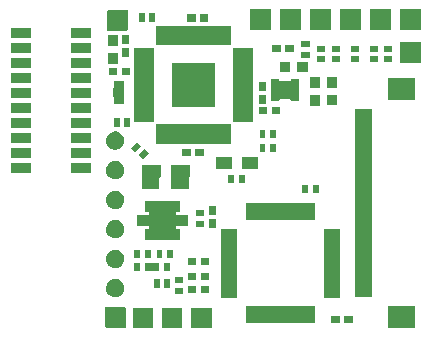
<source format=gts>
G04 #@! TF.GenerationSoftware,KiCad,Pcbnew,(5.1.0)-1*
G04 #@! TF.CreationDate,2020-06-02T11:39:52-04:00*
G04 #@! TF.ProjectId,ThreeDeeO,54687265-6544-4656-954f-2e6b69636164,rev?*
G04 #@! TF.SameCoordinates,Original*
G04 #@! TF.FileFunction,Soldermask,Top*
G04 #@! TF.FilePolarity,Negative*
%FSLAX46Y46*%
G04 Gerber Fmt 4.6, Leading zero omitted, Abs format (unit mm)*
G04 Created by KiCad (PCBNEW (5.1.0)-1) date 2020-06-02 11:39:52*
%MOMM*%
%LPD*%
G04 APERTURE LIST*
%ADD10C,0.100000*%
G04 APERTURE END LIST*
D10*
G36*
X149926000Y-77976000D02*
G01*
X148174000Y-77976000D01*
X148174000Y-76224000D01*
X149926000Y-76224000D01*
X149926000Y-77976000D01*
X149926000Y-77976000D01*
G37*
G36*
X152376000Y-77976000D02*
G01*
X150624000Y-77976000D01*
X150624000Y-76224000D01*
X152376000Y-76224000D01*
X152376000Y-77976000D01*
X152376000Y-77976000D01*
G37*
G36*
X154876000Y-77976000D02*
G01*
X153124000Y-77976000D01*
X153124000Y-76224000D01*
X154876000Y-76224000D01*
X154876000Y-77976000D01*
X154876000Y-77976000D01*
G37*
G36*
X145895577Y-76168148D02*
G01*
X147483860Y-76168148D01*
X147499999Y-76169737D01*
X147509608Y-76172652D01*
X147518472Y-76177390D01*
X147526237Y-76183763D01*
X147532610Y-76191528D01*
X147541527Y-76208211D01*
X147544143Y-76214527D01*
X147557755Y-76234903D01*
X147575080Y-76252232D01*
X147595453Y-76265847D01*
X147601779Y-76268467D01*
X147618472Y-76277390D01*
X147626237Y-76283763D01*
X147632610Y-76291528D01*
X147637348Y-76300392D01*
X147640263Y-76310001D01*
X147641852Y-76326140D01*
X147641852Y-77914423D01*
X147642016Y-77917768D01*
X147640763Y-77930499D01*
X147637848Y-77940108D01*
X147633110Y-77948972D01*
X147626737Y-77956737D01*
X147618972Y-77963110D01*
X147610108Y-77967848D01*
X147600499Y-77970763D01*
X147587768Y-77972016D01*
X147584423Y-77971852D01*
X145996140Y-77971852D01*
X145980001Y-77970263D01*
X145970392Y-77967348D01*
X145961528Y-77962610D01*
X145953763Y-77956237D01*
X145947390Y-77948472D01*
X145938473Y-77931789D01*
X145935857Y-77925473D01*
X145922245Y-77905097D01*
X145904920Y-77887768D01*
X145884547Y-77874153D01*
X145878221Y-77871533D01*
X145861528Y-77862610D01*
X145853763Y-77856237D01*
X145847390Y-77848472D01*
X145842652Y-77839608D01*
X145839737Y-77829999D01*
X145838148Y-77813860D01*
X145838148Y-76225577D01*
X145837984Y-76222232D01*
X145839237Y-76209501D01*
X145842152Y-76199892D01*
X145846890Y-76191028D01*
X145853263Y-76183263D01*
X145861028Y-76176890D01*
X145869892Y-76172152D01*
X145879501Y-76169237D01*
X145892232Y-76167984D01*
X145895577Y-76168148D01*
X145895577Y-76168148D01*
G37*
G36*
X172121000Y-77951000D02*
G01*
X169819000Y-77951000D01*
X169819000Y-76049000D01*
X172121000Y-76049000D01*
X172121000Y-77951000D01*
X172121000Y-77951000D01*
G37*
G36*
X166801000Y-77551000D02*
G01*
X166099000Y-77551000D01*
X166099000Y-76949000D01*
X166801000Y-76949000D01*
X166801000Y-77551000D01*
X166801000Y-77551000D01*
G37*
G36*
X165701000Y-77551000D02*
G01*
X164999000Y-77551000D01*
X164999000Y-76949000D01*
X165701000Y-76949000D01*
X165701000Y-77551000D01*
X165701000Y-77551000D01*
G37*
G36*
X163626000Y-77501000D02*
G01*
X157774000Y-77501000D01*
X157774000Y-76099000D01*
X163626000Y-76099000D01*
X163626000Y-77501000D01*
X163626000Y-77501000D01*
G37*
G36*
X157051000Y-75376000D02*
G01*
X155649000Y-75376000D01*
X155649000Y-69524000D01*
X157051000Y-69524000D01*
X157051000Y-75376000D01*
X157051000Y-75376000D01*
G37*
G36*
X165751000Y-75376000D02*
G01*
X164349000Y-75376000D01*
X164349000Y-69524000D01*
X165751000Y-69524000D01*
X165751000Y-75376000D01*
X165751000Y-75376000D01*
G37*
G36*
X146936348Y-73833820D02*
G01*
X146936350Y-73833821D01*
X146936351Y-73833821D01*
X147077574Y-73892317D01*
X147077577Y-73892319D01*
X147204669Y-73977239D01*
X147312761Y-74085331D01*
X147397681Y-74212423D01*
X147397683Y-74212426D01*
X147434371Y-74301000D01*
X147456180Y-74353652D01*
X147486000Y-74503569D01*
X147486000Y-74656431D01*
X147457244Y-74801000D01*
X147456179Y-74806351D01*
X147397683Y-74947574D01*
X147397681Y-74947577D01*
X147312761Y-75074669D01*
X147204669Y-75182761D01*
X147077577Y-75267681D01*
X147077574Y-75267683D01*
X146936351Y-75326179D01*
X146936350Y-75326179D01*
X146936348Y-75326180D01*
X146786431Y-75356000D01*
X146633569Y-75356000D01*
X146483652Y-75326180D01*
X146483650Y-75326179D01*
X146483649Y-75326179D01*
X146342426Y-75267683D01*
X146342423Y-75267681D01*
X146215331Y-75182761D01*
X146107239Y-75074669D01*
X146022319Y-74947577D01*
X146022317Y-74947574D01*
X145963821Y-74806351D01*
X145962757Y-74801000D01*
X145934000Y-74656431D01*
X145934000Y-74503569D01*
X145963820Y-74353652D01*
X145985629Y-74301000D01*
X146022317Y-74212426D01*
X146022319Y-74212423D01*
X146107239Y-74085331D01*
X146215331Y-73977239D01*
X146342423Y-73892319D01*
X146342426Y-73892317D01*
X146483649Y-73833821D01*
X146483650Y-73833821D01*
X146483652Y-73833820D01*
X146633569Y-73804000D01*
X146786431Y-73804000D01*
X146936348Y-73833820D01*
X146936348Y-73833820D01*
G37*
G36*
X168421000Y-75301000D02*
G01*
X167019000Y-75301000D01*
X167019000Y-59399000D01*
X168421000Y-59399000D01*
X168421000Y-75301000D01*
X168421000Y-75301000D01*
G37*
G36*
X152431000Y-75051000D02*
G01*
X151729000Y-75051000D01*
X151729000Y-74549000D01*
X152431000Y-74549000D01*
X152431000Y-75051000D01*
X152431000Y-75051000D01*
G37*
G36*
X154651000Y-74951000D02*
G01*
X153949000Y-74951000D01*
X153949000Y-74349000D01*
X154651000Y-74349000D01*
X154651000Y-74951000D01*
X154651000Y-74951000D01*
G37*
G36*
X153551000Y-74951000D02*
G01*
X152849000Y-74951000D01*
X152849000Y-74349000D01*
X153551000Y-74349000D01*
X153551000Y-74951000D01*
X153551000Y-74951000D01*
G37*
G36*
X150461000Y-74521000D02*
G01*
X149959000Y-74521000D01*
X149959000Y-73819000D01*
X150461000Y-73819000D01*
X150461000Y-74521000D01*
X150461000Y-74521000D01*
G37*
G36*
X151361000Y-74521000D02*
G01*
X150859000Y-74521000D01*
X150859000Y-73819000D01*
X151361000Y-73819000D01*
X151361000Y-74521000D01*
X151361000Y-74521000D01*
G37*
G36*
X152431000Y-74151000D02*
G01*
X151729000Y-74151000D01*
X151729000Y-73649000D01*
X152431000Y-73649000D01*
X152431000Y-74151000D01*
X152431000Y-74151000D01*
G37*
G36*
X154651000Y-73901000D02*
G01*
X153949000Y-73901000D01*
X153949000Y-73299000D01*
X154651000Y-73299000D01*
X154651000Y-73901000D01*
X154651000Y-73901000D01*
G37*
G36*
X153551000Y-73901000D02*
G01*
X152849000Y-73901000D01*
X152849000Y-73299000D01*
X153551000Y-73299000D01*
X153551000Y-73901000D01*
X153551000Y-73901000D01*
G37*
G36*
X150451000Y-73101000D02*
G01*
X149199000Y-73101000D01*
X149199000Y-72399000D01*
X150451000Y-72399000D01*
X150451000Y-73101000D01*
X150451000Y-73101000D01*
G37*
G36*
X151351000Y-73101000D02*
G01*
X150849000Y-73101000D01*
X150849000Y-72399000D01*
X151351000Y-72399000D01*
X151351000Y-73101000D01*
X151351000Y-73101000D01*
G37*
G36*
X148801000Y-73101000D02*
G01*
X148299000Y-73101000D01*
X148299000Y-72399000D01*
X148801000Y-72399000D01*
X148801000Y-73101000D01*
X148801000Y-73101000D01*
G37*
G36*
X146936348Y-71333820D02*
G01*
X146936350Y-71333821D01*
X146936351Y-71333821D01*
X147077574Y-71392317D01*
X147077577Y-71392319D01*
X147204669Y-71477239D01*
X147312761Y-71585331D01*
X147397681Y-71712423D01*
X147397683Y-71712426D01*
X147434371Y-71801000D01*
X147456180Y-71853652D01*
X147486000Y-72003569D01*
X147486000Y-72156431D01*
X147457244Y-72301000D01*
X147456179Y-72306351D01*
X147397683Y-72447574D01*
X147397681Y-72447577D01*
X147312761Y-72574669D01*
X147204669Y-72682761D01*
X147077577Y-72767681D01*
X147077574Y-72767683D01*
X146936351Y-72826179D01*
X146936350Y-72826179D01*
X146936348Y-72826180D01*
X146786431Y-72856000D01*
X146633569Y-72856000D01*
X146483652Y-72826180D01*
X146483650Y-72826179D01*
X146483649Y-72826179D01*
X146342426Y-72767683D01*
X146342423Y-72767681D01*
X146215331Y-72682761D01*
X146107239Y-72574669D01*
X146022319Y-72447577D01*
X146022317Y-72447574D01*
X145963821Y-72306351D01*
X145962757Y-72301000D01*
X145934000Y-72156431D01*
X145934000Y-72003569D01*
X145963820Y-71853652D01*
X145985629Y-71801000D01*
X146022317Y-71712426D01*
X146022319Y-71712423D01*
X146107239Y-71585331D01*
X146215331Y-71477239D01*
X146342423Y-71392319D01*
X146342426Y-71392317D01*
X146483649Y-71333821D01*
X146483650Y-71333821D01*
X146483652Y-71333820D01*
X146633569Y-71304000D01*
X146786431Y-71304000D01*
X146936348Y-71333820D01*
X146936348Y-71333820D01*
G37*
G36*
X154651000Y-72601000D02*
G01*
X153949000Y-72601000D01*
X153949000Y-71999000D01*
X154651000Y-71999000D01*
X154651000Y-72601000D01*
X154651000Y-72601000D01*
G37*
G36*
X153551000Y-72601000D02*
G01*
X152849000Y-72601000D01*
X152849000Y-71999000D01*
X153551000Y-71999000D01*
X153551000Y-72601000D01*
X153551000Y-72601000D01*
G37*
G36*
X148801000Y-72051000D02*
G01*
X148299000Y-72051000D01*
X148299000Y-71349000D01*
X148801000Y-71349000D01*
X148801000Y-72051000D01*
X148801000Y-72051000D01*
G37*
G36*
X151601000Y-72051000D02*
G01*
X151099000Y-72051000D01*
X151099000Y-71349000D01*
X151601000Y-71349000D01*
X151601000Y-72051000D01*
X151601000Y-72051000D01*
G37*
G36*
X149701000Y-72051000D02*
G01*
X149199000Y-72051000D01*
X149199000Y-71349000D01*
X149701000Y-71349000D01*
X149701000Y-72051000D01*
X149701000Y-72051000D01*
G37*
G36*
X150701000Y-72051000D02*
G01*
X150199000Y-72051000D01*
X150199000Y-71349000D01*
X150701000Y-71349000D01*
X150701000Y-72051000D01*
X150701000Y-72051000D01*
G37*
G36*
X152151000Y-68126000D02*
G01*
X151950999Y-68126000D01*
X151926613Y-68128402D01*
X151903164Y-68135515D01*
X151881553Y-68147066D01*
X151862611Y-68162611D01*
X151847066Y-68181553D01*
X151835515Y-68203164D01*
X151828402Y-68226613D01*
X151826000Y-68250999D01*
X151826000Y-68274001D01*
X151828402Y-68298387D01*
X151835515Y-68321836D01*
X151847066Y-68343447D01*
X151862611Y-68362389D01*
X151881553Y-68377934D01*
X151903164Y-68389485D01*
X151926613Y-68396598D01*
X151950999Y-68399000D01*
X152876000Y-68399000D01*
X152876000Y-69301000D01*
X151950999Y-69301000D01*
X151926613Y-69303402D01*
X151903164Y-69310515D01*
X151881553Y-69322066D01*
X151862611Y-69337611D01*
X151847066Y-69356553D01*
X151835515Y-69378164D01*
X151828402Y-69401613D01*
X151826000Y-69425999D01*
X151826000Y-69449001D01*
X151828402Y-69473387D01*
X151835515Y-69496836D01*
X151847066Y-69518447D01*
X151862611Y-69537389D01*
X151881553Y-69552934D01*
X151903164Y-69564485D01*
X151926613Y-69571598D01*
X151950999Y-69574000D01*
X152151000Y-69574000D01*
X152151000Y-70526000D01*
X149249000Y-70526000D01*
X149249000Y-69574000D01*
X149449001Y-69574000D01*
X149473387Y-69571598D01*
X149496836Y-69564485D01*
X149518447Y-69552934D01*
X149537389Y-69537389D01*
X149552934Y-69518447D01*
X149564485Y-69496836D01*
X149571598Y-69473387D01*
X149574000Y-69449001D01*
X149574000Y-69425999D01*
X149571598Y-69401613D01*
X149564485Y-69378164D01*
X149552934Y-69356553D01*
X149537389Y-69337611D01*
X149518447Y-69322066D01*
X149496836Y-69310515D01*
X149473387Y-69303402D01*
X149449001Y-69301000D01*
X148524000Y-69301000D01*
X148524000Y-68399000D01*
X149449001Y-68399000D01*
X149473387Y-68396598D01*
X149496836Y-68389485D01*
X149518447Y-68377934D01*
X149537389Y-68362389D01*
X149552934Y-68343447D01*
X149564485Y-68321836D01*
X149571598Y-68298387D01*
X149574000Y-68274001D01*
X149574000Y-68250999D01*
X149571598Y-68226613D01*
X149564485Y-68203164D01*
X149552934Y-68181553D01*
X149537389Y-68162611D01*
X149518447Y-68147066D01*
X149496836Y-68135515D01*
X149473387Y-68128402D01*
X149449001Y-68126000D01*
X149249000Y-68126000D01*
X149249000Y-67174000D01*
X152151000Y-67174000D01*
X152151000Y-68126000D01*
X152151000Y-68126000D01*
G37*
G36*
X146936348Y-68833820D02*
G01*
X146936350Y-68833821D01*
X146936351Y-68833821D01*
X147077574Y-68892317D01*
X147077577Y-68892319D01*
X147204669Y-68977239D01*
X147312761Y-69085331D01*
X147337689Y-69122639D01*
X147397683Y-69212426D01*
X147434371Y-69301000D01*
X147456180Y-69353652D01*
X147486000Y-69503569D01*
X147486000Y-69656431D01*
X147457244Y-69801000D01*
X147456179Y-69806351D01*
X147397683Y-69947574D01*
X147397681Y-69947577D01*
X147312761Y-70074669D01*
X147204669Y-70182761D01*
X147077577Y-70267681D01*
X147077574Y-70267683D01*
X146936351Y-70326179D01*
X146936350Y-70326179D01*
X146936348Y-70326180D01*
X146786431Y-70356000D01*
X146633569Y-70356000D01*
X146483652Y-70326180D01*
X146483650Y-70326179D01*
X146483649Y-70326179D01*
X146342426Y-70267683D01*
X146342423Y-70267681D01*
X146215331Y-70182761D01*
X146107239Y-70074669D01*
X146022319Y-69947577D01*
X146022317Y-69947574D01*
X145963821Y-69806351D01*
X145962757Y-69801000D01*
X145934000Y-69656431D01*
X145934000Y-69503569D01*
X145963820Y-69353652D01*
X145985629Y-69301000D01*
X146022317Y-69212426D01*
X146082311Y-69122639D01*
X146107239Y-69085331D01*
X146215331Y-68977239D01*
X146342423Y-68892319D01*
X146342426Y-68892317D01*
X146483649Y-68833821D01*
X146483650Y-68833821D01*
X146483652Y-68833820D01*
X146633569Y-68804000D01*
X146786431Y-68804000D01*
X146936348Y-68833820D01*
X146936348Y-68833820D01*
G37*
G36*
X155231000Y-69451000D02*
G01*
X154629000Y-69451000D01*
X154629000Y-68749000D01*
X155231000Y-68749000D01*
X155231000Y-69451000D01*
X155231000Y-69451000D01*
G37*
G36*
X154251000Y-69351000D02*
G01*
X153549000Y-69351000D01*
X153549000Y-68849000D01*
X154251000Y-68849000D01*
X154251000Y-69351000D01*
X154251000Y-69351000D01*
G37*
G36*
X163626000Y-68801000D02*
G01*
X157774000Y-68801000D01*
X157774000Y-67399000D01*
X163626000Y-67399000D01*
X163626000Y-68801000D01*
X163626000Y-68801000D01*
G37*
G36*
X154251000Y-68451000D02*
G01*
X153549000Y-68451000D01*
X153549000Y-67949000D01*
X154251000Y-67949000D01*
X154251000Y-68451000D01*
X154251000Y-68451000D01*
G37*
G36*
X155231000Y-68351000D02*
G01*
X154629000Y-68351000D01*
X154629000Y-67649000D01*
X155231000Y-67649000D01*
X155231000Y-68351000D01*
X155231000Y-68351000D01*
G37*
G36*
X146936348Y-66333820D02*
G01*
X146936350Y-66333821D01*
X146936351Y-66333821D01*
X147077574Y-66392317D01*
X147077577Y-66392319D01*
X147204669Y-66477239D01*
X147312761Y-66585331D01*
X147397681Y-66712423D01*
X147397683Y-66712426D01*
X147434371Y-66801000D01*
X147456180Y-66853652D01*
X147486000Y-67003569D01*
X147486000Y-67156431D01*
X147457244Y-67301000D01*
X147456179Y-67306351D01*
X147397683Y-67447574D01*
X147397681Y-67447577D01*
X147312761Y-67574669D01*
X147204669Y-67682761D01*
X147077577Y-67767681D01*
X147077574Y-67767683D01*
X146936351Y-67826179D01*
X146936350Y-67826179D01*
X146936348Y-67826180D01*
X146786431Y-67856000D01*
X146633569Y-67856000D01*
X146483652Y-67826180D01*
X146483650Y-67826179D01*
X146483649Y-67826179D01*
X146342426Y-67767683D01*
X146342423Y-67767681D01*
X146215331Y-67682761D01*
X146107239Y-67574669D01*
X146022319Y-67447577D01*
X146022317Y-67447574D01*
X145963821Y-67306351D01*
X145962757Y-67301000D01*
X145934000Y-67156431D01*
X145934000Y-67003569D01*
X145963820Y-66853652D01*
X145985629Y-66801000D01*
X146022317Y-66712426D01*
X146022319Y-66712423D01*
X146107239Y-66585331D01*
X146215331Y-66477239D01*
X146342423Y-66392319D01*
X146342426Y-66392317D01*
X146483649Y-66333821D01*
X146483650Y-66333821D01*
X146483652Y-66333820D01*
X146633569Y-66304000D01*
X146786431Y-66304000D01*
X146936348Y-66333820D01*
X146936348Y-66333820D01*
G37*
G36*
X163051000Y-66551000D02*
G01*
X162549000Y-66551000D01*
X162549000Y-65849000D01*
X163051000Y-65849000D01*
X163051000Y-66551000D01*
X163051000Y-66551000D01*
G37*
G36*
X163951000Y-66551000D02*
G01*
X163449000Y-66551000D01*
X163449000Y-65849000D01*
X163951000Y-65849000D01*
X163951000Y-66551000D01*
X163951000Y-66551000D01*
G37*
G36*
X153011000Y-65128588D02*
G01*
X152988164Y-65135515D01*
X152966553Y-65147066D01*
X152947611Y-65162611D01*
X152932066Y-65181553D01*
X152920515Y-65203164D01*
X152913402Y-65226613D01*
X152911000Y-65250999D01*
X152911000Y-66156000D01*
X151389000Y-66156000D01*
X151389000Y-64144000D01*
X153011000Y-64144000D01*
X153011000Y-65128588D01*
X153011000Y-65128588D01*
G37*
G36*
X150551000Y-65128588D02*
G01*
X150528164Y-65135515D01*
X150506553Y-65147066D01*
X150487611Y-65162611D01*
X150472066Y-65181553D01*
X150460515Y-65203164D01*
X150453402Y-65226613D01*
X150451000Y-65250999D01*
X150451000Y-66156000D01*
X148929000Y-66156000D01*
X148929000Y-64144000D01*
X150551000Y-64144000D01*
X150551000Y-65128588D01*
X150551000Y-65128588D01*
G37*
G36*
X156776000Y-65701000D02*
G01*
X156274000Y-65701000D01*
X156274000Y-64999000D01*
X156776000Y-64999000D01*
X156776000Y-65701000D01*
X156776000Y-65701000D01*
G37*
G36*
X157676000Y-65701000D02*
G01*
X157174000Y-65701000D01*
X157174000Y-64999000D01*
X157676000Y-64999000D01*
X157676000Y-65701000D01*
X157676000Y-65701000D01*
G37*
G36*
X146936348Y-63833820D02*
G01*
X146936350Y-63833821D01*
X146936351Y-63833821D01*
X147077574Y-63892317D01*
X147077577Y-63892319D01*
X147204669Y-63977239D01*
X147312761Y-64085331D01*
X147351962Y-64144000D01*
X147397683Y-64212426D01*
X147434371Y-64301000D01*
X147456180Y-64353652D01*
X147486000Y-64503569D01*
X147486000Y-64656431D01*
X147457244Y-64801000D01*
X147456179Y-64806351D01*
X147397683Y-64947574D01*
X147397681Y-64947577D01*
X147312761Y-65074669D01*
X147204669Y-65182761D01*
X147102543Y-65250999D01*
X147077574Y-65267683D01*
X146936351Y-65326179D01*
X146936350Y-65326179D01*
X146936348Y-65326180D01*
X146786431Y-65356000D01*
X146633569Y-65356000D01*
X146483652Y-65326180D01*
X146483650Y-65326179D01*
X146483649Y-65326179D01*
X146342426Y-65267683D01*
X146317457Y-65250999D01*
X146215331Y-65182761D01*
X146107239Y-65074669D01*
X146022319Y-64947577D01*
X146022317Y-64947574D01*
X145963821Y-64806351D01*
X145962757Y-64801000D01*
X145934000Y-64656431D01*
X145934000Y-64503569D01*
X145963820Y-64353652D01*
X145985629Y-64301000D01*
X146022317Y-64212426D01*
X146068038Y-64144000D01*
X146107239Y-64085331D01*
X146215331Y-63977239D01*
X146342423Y-63892319D01*
X146342426Y-63892317D01*
X146483649Y-63833821D01*
X146483650Y-63833821D01*
X146483652Y-63833820D01*
X146633569Y-63804000D01*
X146786431Y-63804000D01*
X146936348Y-63833820D01*
X146936348Y-63833820D01*
G37*
G36*
X144651000Y-64861000D02*
G01*
X142949000Y-64861000D01*
X142949000Y-63999000D01*
X144651000Y-63999000D01*
X144651000Y-64861000D01*
X144651000Y-64861000D01*
G37*
G36*
X139571000Y-64861000D02*
G01*
X137869000Y-64861000D01*
X137869000Y-63999000D01*
X139571000Y-63999000D01*
X139571000Y-64861000D01*
X139571000Y-64861000D01*
G37*
G36*
X158776000Y-64501000D02*
G01*
X157474000Y-64501000D01*
X157474000Y-63499000D01*
X158776000Y-63499000D01*
X158776000Y-64501000D01*
X158776000Y-64501000D01*
G37*
G36*
X156576000Y-64501000D02*
G01*
X155274000Y-64501000D01*
X155274000Y-63499000D01*
X156576000Y-63499000D01*
X156576000Y-64501000D01*
X156576000Y-64501000D01*
G37*
G36*
X149523876Y-63157487D02*
G01*
X149027487Y-63653876D01*
X148672520Y-63298909D01*
X149168909Y-62802520D01*
X149523876Y-63157487D01*
X149523876Y-63157487D01*
G37*
G36*
X144651000Y-63591000D02*
G01*
X142949000Y-63591000D01*
X142949000Y-62729000D01*
X144651000Y-62729000D01*
X144651000Y-63591000D01*
X144651000Y-63591000D01*
G37*
G36*
X139571000Y-63591000D02*
G01*
X137869000Y-63591000D01*
X137869000Y-62729000D01*
X139571000Y-62729000D01*
X139571000Y-63591000D01*
X139571000Y-63591000D01*
G37*
G36*
X154201000Y-63401000D02*
G01*
X153499000Y-63401000D01*
X153499000Y-62799000D01*
X154201000Y-62799000D01*
X154201000Y-63401000D01*
X154201000Y-63401000D01*
G37*
G36*
X153101000Y-63401000D02*
G01*
X152399000Y-63401000D01*
X152399000Y-62799000D01*
X153101000Y-62799000D01*
X153101000Y-63401000D01*
X153101000Y-63401000D01*
G37*
G36*
X160326000Y-63051000D02*
G01*
X159824000Y-63051000D01*
X159824000Y-62349000D01*
X160326000Y-62349000D01*
X160326000Y-63051000D01*
X160326000Y-63051000D01*
G37*
G36*
X159426000Y-63051000D02*
G01*
X158924000Y-63051000D01*
X158924000Y-62349000D01*
X159426000Y-62349000D01*
X159426000Y-63051000D01*
X159426000Y-63051000D01*
G37*
G36*
X148887480Y-62521091D02*
G01*
X148391091Y-63017480D01*
X148036124Y-62662513D01*
X148532513Y-62166124D01*
X148887480Y-62521091D01*
X148887480Y-62521091D01*
G37*
G36*
X146936348Y-61333820D02*
G01*
X146936350Y-61333821D01*
X146936351Y-61333821D01*
X147077574Y-61392317D01*
X147077577Y-61392319D01*
X147204669Y-61477239D01*
X147312761Y-61585331D01*
X147397681Y-61712423D01*
X147397683Y-61712426D01*
X147434371Y-61801000D01*
X147456180Y-61853652D01*
X147486000Y-62003569D01*
X147486000Y-62156431D01*
X147457244Y-62301000D01*
X147456179Y-62306351D01*
X147397683Y-62447574D01*
X147397681Y-62447577D01*
X147312761Y-62574669D01*
X147204669Y-62682761D01*
X147135467Y-62729000D01*
X147077574Y-62767683D01*
X146936351Y-62826179D01*
X146936350Y-62826179D01*
X146936348Y-62826180D01*
X146786431Y-62856000D01*
X146633569Y-62856000D01*
X146483652Y-62826180D01*
X146483650Y-62826179D01*
X146483649Y-62826179D01*
X146342426Y-62767683D01*
X146284533Y-62729000D01*
X146215331Y-62682761D01*
X146107239Y-62574669D01*
X146022319Y-62447577D01*
X146022317Y-62447574D01*
X145963821Y-62306351D01*
X145962757Y-62301000D01*
X145934000Y-62156431D01*
X145934000Y-62003569D01*
X145963820Y-61853652D01*
X145985629Y-61801000D01*
X146022317Y-61712426D01*
X146022319Y-61712423D01*
X146107239Y-61585331D01*
X146215331Y-61477239D01*
X146342423Y-61392319D01*
X146342426Y-61392317D01*
X146483649Y-61333821D01*
X146483650Y-61333821D01*
X146483652Y-61333820D01*
X146633569Y-61304000D01*
X146786431Y-61304000D01*
X146936348Y-61333820D01*
X146936348Y-61333820D01*
G37*
G36*
X156491000Y-62371000D02*
G01*
X150169000Y-62371000D01*
X150169000Y-60709000D01*
X156491000Y-60709000D01*
X156491000Y-62371000D01*
X156491000Y-62371000D01*
G37*
G36*
X144651000Y-62321000D02*
G01*
X142949000Y-62321000D01*
X142949000Y-61459000D01*
X144651000Y-61459000D01*
X144651000Y-62321000D01*
X144651000Y-62321000D01*
G37*
G36*
X139571000Y-62321000D02*
G01*
X137869000Y-62321000D01*
X137869000Y-61459000D01*
X139571000Y-61459000D01*
X139571000Y-62321000D01*
X139571000Y-62321000D01*
G37*
G36*
X160326000Y-61851000D02*
G01*
X159824000Y-61851000D01*
X159824000Y-61149000D01*
X160326000Y-61149000D01*
X160326000Y-61851000D01*
X160326000Y-61851000D01*
G37*
G36*
X159426000Y-61851000D02*
G01*
X158924000Y-61851000D01*
X158924000Y-61149000D01*
X159426000Y-61149000D01*
X159426000Y-61851000D01*
X159426000Y-61851000D01*
G37*
G36*
X144651000Y-61051000D02*
G01*
X142949000Y-61051000D01*
X142949000Y-60189000D01*
X144651000Y-60189000D01*
X144651000Y-61051000D01*
X144651000Y-61051000D01*
G37*
G36*
X139571000Y-61051000D02*
G01*
X137869000Y-61051000D01*
X137869000Y-60189000D01*
X139571000Y-60189000D01*
X139571000Y-61051000D01*
X139571000Y-61051000D01*
G37*
G36*
X147081000Y-60891000D02*
G01*
X146579000Y-60891000D01*
X146579000Y-60189000D01*
X147081000Y-60189000D01*
X147081000Y-60891000D01*
X147081000Y-60891000D01*
G37*
G36*
X147981000Y-60891000D02*
G01*
X147479000Y-60891000D01*
X147479000Y-60189000D01*
X147981000Y-60189000D01*
X147981000Y-60891000D01*
X147981000Y-60891000D01*
G37*
G36*
X149981000Y-60521000D02*
G01*
X148319000Y-60521000D01*
X148319000Y-54199000D01*
X149981000Y-54199000D01*
X149981000Y-60521000D01*
X149981000Y-60521000D01*
G37*
G36*
X158341000Y-60521000D02*
G01*
X156679000Y-60521000D01*
X156679000Y-54199000D01*
X158341000Y-54199000D01*
X158341000Y-60521000D01*
X158341000Y-60521000D01*
G37*
G36*
X159551000Y-59851000D02*
G01*
X158849000Y-59851000D01*
X158849000Y-59249000D01*
X159551000Y-59249000D01*
X159551000Y-59851000D01*
X159551000Y-59851000D01*
G37*
G36*
X160651000Y-59851000D02*
G01*
X159949000Y-59851000D01*
X159949000Y-59249000D01*
X160651000Y-59249000D01*
X160651000Y-59851000D01*
X160651000Y-59851000D01*
G37*
G36*
X144651000Y-59781000D02*
G01*
X142949000Y-59781000D01*
X142949000Y-58919000D01*
X144651000Y-58919000D01*
X144651000Y-59781000D01*
X144651000Y-59781000D01*
G37*
G36*
X139571000Y-59781000D02*
G01*
X137869000Y-59781000D01*
X137869000Y-58919000D01*
X139571000Y-58919000D01*
X139571000Y-59781000D01*
X139571000Y-59781000D01*
G37*
G36*
X155186000Y-59216000D02*
G01*
X151474000Y-59216000D01*
X151474000Y-55504000D01*
X155186000Y-55504000D01*
X155186000Y-59216000D01*
X155186000Y-59216000D01*
G37*
G36*
X164026000Y-59126000D02*
G01*
X163174000Y-59126000D01*
X163174000Y-58224000D01*
X164026000Y-58224000D01*
X164026000Y-59126000D01*
X164026000Y-59126000D01*
G37*
G36*
X165451000Y-59101000D02*
G01*
X164599000Y-59101000D01*
X164599000Y-58199000D01*
X165451000Y-58199000D01*
X165451000Y-59101000D01*
X165451000Y-59101000D01*
G37*
G36*
X147426000Y-57574001D02*
G01*
X147428402Y-57598387D01*
X147435515Y-57621836D01*
X147447066Y-57643447D01*
X147462611Y-57662389D01*
X147481000Y-57677480D01*
X147481000Y-58322520D01*
X147462611Y-58337611D01*
X147447066Y-58356553D01*
X147435515Y-58378164D01*
X147428402Y-58401613D01*
X147426000Y-58425999D01*
X147426000Y-59001000D01*
X146574000Y-59001000D01*
X146574000Y-58425999D01*
X146571598Y-58401613D01*
X146564485Y-58378164D01*
X146552934Y-58356553D01*
X146537389Y-58337611D01*
X146519000Y-58322520D01*
X146519000Y-57677480D01*
X146537389Y-57662389D01*
X146552934Y-57643447D01*
X146564485Y-57621836D01*
X146571598Y-57598387D01*
X146574000Y-57574001D01*
X146574000Y-56999000D01*
X147426000Y-56999000D01*
X147426000Y-57574001D01*
X147426000Y-57574001D01*
G37*
G36*
X159451000Y-58951000D02*
G01*
X158849000Y-58951000D01*
X158849000Y-58249000D01*
X159451000Y-58249000D01*
X159451000Y-58951000D01*
X159451000Y-58951000D01*
G37*
G36*
X160581000Y-56924001D02*
G01*
X160583402Y-56948387D01*
X160590515Y-56971836D01*
X160602066Y-56993447D01*
X160617611Y-57012389D01*
X160636553Y-57027934D01*
X160658164Y-57039485D01*
X160681613Y-57046598D01*
X160705999Y-57049000D01*
X161454001Y-57049000D01*
X161478387Y-57046598D01*
X161501836Y-57039485D01*
X161523447Y-57027934D01*
X161542389Y-57012389D01*
X161557934Y-56993447D01*
X161569485Y-56971836D01*
X161576598Y-56948387D01*
X161579000Y-56924001D01*
X161579000Y-56899000D01*
X162281000Y-56899000D01*
X162281000Y-58701000D01*
X161579000Y-58701000D01*
X161579000Y-58675999D01*
X161576598Y-58651613D01*
X161569485Y-58628164D01*
X161557934Y-58606553D01*
X161542389Y-58587611D01*
X161523447Y-58572066D01*
X161501836Y-58560515D01*
X161478387Y-58553402D01*
X161454001Y-58551000D01*
X160705999Y-58551000D01*
X160681613Y-58553402D01*
X160658164Y-58560515D01*
X160636553Y-58572066D01*
X160617611Y-58587611D01*
X160602066Y-58606553D01*
X160590515Y-58628164D01*
X160583402Y-58651613D01*
X160581000Y-58675999D01*
X160581000Y-58701000D01*
X159879000Y-58701000D01*
X159879000Y-56899000D01*
X160581000Y-56899000D01*
X160581000Y-56924001D01*
X160581000Y-56924001D01*
G37*
G36*
X172121000Y-58651000D02*
G01*
X169819000Y-58651000D01*
X169819000Y-56749000D01*
X172121000Y-56749000D01*
X172121000Y-58651000D01*
X172121000Y-58651000D01*
G37*
G36*
X139571000Y-58511000D02*
G01*
X137869000Y-58511000D01*
X137869000Y-57649000D01*
X139571000Y-57649000D01*
X139571000Y-58511000D01*
X139571000Y-58511000D01*
G37*
G36*
X144651000Y-58511000D02*
G01*
X142949000Y-58511000D01*
X142949000Y-57649000D01*
X144651000Y-57649000D01*
X144651000Y-58511000D01*
X144651000Y-58511000D01*
G37*
G36*
X159451000Y-57851000D02*
G01*
X158849000Y-57851000D01*
X158849000Y-57149000D01*
X159451000Y-57149000D01*
X159451000Y-57851000D01*
X159451000Y-57851000D01*
G37*
G36*
X164026000Y-57626000D02*
G01*
X163174000Y-57626000D01*
X163174000Y-56724000D01*
X164026000Y-56724000D01*
X164026000Y-57626000D01*
X164026000Y-57626000D01*
G37*
G36*
X165451000Y-57601000D02*
G01*
X164599000Y-57601000D01*
X164599000Y-56699000D01*
X165451000Y-56699000D01*
X165451000Y-57601000D01*
X165451000Y-57601000D01*
G37*
G36*
X139571000Y-57241000D02*
G01*
X137869000Y-57241000D01*
X137869000Y-56379000D01*
X139571000Y-56379000D01*
X139571000Y-57241000D01*
X139571000Y-57241000D01*
G37*
G36*
X144651000Y-57241000D02*
G01*
X142949000Y-57241000D01*
X142949000Y-56379000D01*
X144651000Y-56379000D01*
X144651000Y-57241000D01*
X144651000Y-57241000D01*
G37*
G36*
X146851000Y-56551000D02*
G01*
X146149000Y-56551000D01*
X146149000Y-55949000D01*
X146851000Y-55949000D01*
X146851000Y-56551000D01*
X146851000Y-56551000D01*
G37*
G36*
X147951000Y-56551000D02*
G01*
X147249000Y-56551000D01*
X147249000Y-55949000D01*
X147951000Y-55949000D01*
X147951000Y-56551000D01*
X147951000Y-56551000D01*
G37*
G36*
X163031000Y-56266000D02*
G01*
X162129000Y-56266000D01*
X162129000Y-55414000D01*
X163031000Y-55414000D01*
X163031000Y-56266000D01*
X163031000Y-56266000D01*
G37*
G36*
X161531000Y-56266000D02*
G01*
X160629000Y-56266000D01*
X160629000Y-55414000D01*
X161531000Y-55414000D01*
X161531000Y-56266000D01*
X161531000Y-56266000D01*
G37*
G36*
X144651000Y-55971000D02*
G01*
X142949000Y-55971000D01*
X142949000Y-55109000D01*
X144651000Y-55109000D01*
X144651000Y-55971000D01*
X144651000Y-55971000D01*
G37*
G36*
X139571000Y-55971000D02*
G01*
X137869000Y-55971000D01*
X137869000Y-55109000D01*
X139571000Y-55109000D01*
X139571000Y-55971000D01*
X139571000Y-55971000D01*
G37*
G36*
X146956000Y-55551000D02*
G01*
X146104000Y-55551000D01*
X146104000Y-54649000D01*
X146956000Y-54649000D01*
X146956000Y-55551000D01*
X146956000Y-55551000D01*
G37*
G36*
X172576000Y-55501000D02*
G01*
X170824000Y-55501000D01*
X170824000Y-53749000D01*
X172576000Y-53749000D01*
X172576000Y-55501000D01*
X172576000Y-55501000D01*
G37*
G36*
X170176000Y-55451000D02*
G01*
X169474000Y-55451000D01*
X169474000Y-54949000D01*
X170176000Y-54949000D01*
X170176000Y-55451000D01*
X170176000Y-55451000D01*
G37*
G36*
X167351000Y-55451000D02*
G01*
X166649000Y-55451000D01*
X166649000Y-54949000D01*
X167351000Y-54949000D01*
X167351000Y-55451000D01*
X167351000Y-55451000D01*
G37*
G36*
X165751000Y-55451000D02*
G01*
X165049000Y-55451000D01*
X165049000Y-54949000D01*
X165751000Y-54949000D01*
X165751000Y-55451000D01*
X165751000Y-55451000D01*
G37*
G36*
X168951000Y-55451000D02*
G01*
X168249000Y-55451000D01*
X168249000Y-54949000D01*
X168951000Y-54949000D01*
X168951000Y-55451000D01*
X168951000Y-55451000D01*
G37*
G36*
X164451000Y-55441000D02*
G01*
X163749000Y-55441000D01*
X163749000Y-54939000D01*
X164451000Y-54939000D01*
X164451000Y-55441000D01*
X164451000Y-55441000D01*
G37*
G36*
X163171000Y-55061000D02*
G01*
X162469000Y-55061000D01*
X162469000Y-54559000D01*
X163171000Y-54559000D01*
X163171000Y-55061000D01*
X163171000Y-55061000D01*
G37*
G36*
X147901000Y-54961000D02*
G01*
X147299000Y-54961000D01*
X147299000Y-54259000D01*
X147901000Y-54259000D01*
X147901000Y-54961000D01*
X147901000Y-54961000D01*
G37*
G36*
X144651000Y-54701000D02*
G01*
X142949000Y-54701000D01*
X142949000Y-53839000D01*
X144651000Y-53839000D01*
X144651000Y-54701000D01*
X144651000Y-54701000D01*
G37*
G36*
X139571000Y-54701000D02*
G01*
X137869000Y-54701000D01*
X137869000Y-53839000D01*
X139571000Y-53839000D01*
X139571000Y-54701000D01*
X139571000Y-54701000D01*
G37*
G36*
X160701000Y-54561000D02*
G01*
X159999000Y-54561000D01*
X159999000Y-53959000D01*
X160701000Y-53959000D01*
X160701000Y-54561000D01*
X160701000Y-54561000D01*
G37*
G36*
X161801000Y-54561000D02*
G01*
X161099000Y-54561000D01*
X161099000Y-53959000D01*
X161801000Y-53959000D01*
X161801000Y-54561000D01*
X161801000Y-54561000D01*
G37*
G36*
X165751000Y-54551000D02*
G01*
X165049000Y-54551000D01*
X165049000Y-54049000D01*
X165751000Y-54049000D01*
X165751000Y-54551000D01*
X165751000Y-54551000D01*
G37*
G36*
X167351000Y-54551000D02*
G01*
X166649000Y-54551000D01*
X166649000Y-54049000D01*
X167351000Y-54049000D01*
X167351000Y-54551000D01*
X167351000Y-54551000D01*
G37*
G36*
X168951000Y-54551000D02*
G01*
X168249000Y-54551000D01*
X168249000Y-54049000D01*
X168951000Y-54049000D01*
X168951000Y-54551000D01*
X168951000Y-54551000D01*
G37*
G36*
X170176000Y-54551000D02*
G01*
X169474000Y-54551000D01*
X169474000Y-54049000D01*
X170176000Y-54049000D01*
X170176000Y-54551000D01*
X170176000Y-54551000D01*
G37*
G36*
X164451000Y-54541000D02*
G01*
X163749000Y-54541000D01*
X163749000Y-54039000D01*
X164451000Y-54039000D01*
X164451000Y-54541000D01*
X164451000Y-54541000D01*
G37*
G36*
X163171000Y-54161000D02*
G01*
X162469000Y-54161000D01*
X162469000Y-53659000D01*
X163171000Y-53659000D01*
X163171000Y-54161000D01*
X163171000Y-54161000D01*
G37*
G36*
X146956000Y-54051000D02*
G01*
X146104000Y-54051000D01*
X146104000Y-53149000D01*
X146956000Y-53149000D01*
X146956000Y-54051000D01*
X146956000Y-54051000D01*
G37*
G36*
X156491000Y-54011000D02*
G01*
X150169000Y-54011000D01*
X150169000Y-52349000D01*
X156491000Y-52349000D01*
X156491000Y-54011000D01*
X156491000Y-54011000D01*
G37*
G36*
X147901000Y-53861000D02*
G01*
X147299000Y-53861000D01*
X147299000Y-53159000D01*
X147901000Y-53159000D01*
X147901000Y-53861000D01*
X147901000Y-53861000D01*
G37*
G36*
X144651000Y-53431000D02*
G01*
X142949000Y-53431000D01*
X142949000Y-52569000D01*
X144651000Y-52569000D01*
X144651000Y-53431000D01*
X144651000Y-53431000D01*
G37*
G36*
X139571000Y-53431000D02*
G01*
X137869000Y-53431000D01*
X137869000Y-52569000D01*
X139571000Y-52569000D01*
X139571000Y-53431000D01*
X139571000Y-53431000D01*
G37*
G36*
X147749999Y-50979737D02*
G01*
X147759608Y-50982652D01*
X147768472Y-50987390D01*
X147776237Y-50993763D01*
X147782610Y-51001528D01*
X147787348Y-51010392D01*
X147790263Y-51020001D01*
X147791852Y-51036140D01*
X147791852Y-52623860D01*
X147790263Y-52639999D01*
X147787348Y-52649608D01*
X147782610Y-52658472D01*
X147776237Y-52666237D01*
X147768472Y-52672610D01*
X147751789Y-52681527D01*
X147745473Y-52684143D01*
X147725097Y-52697755D01*
X147707768Y-52715080D01*
X147694153Y-52735453D01*
X147691533Y-52741779D01*
X147682610Y-52758472D01*
X147676237Y-52766237D01*
X147668472Y-52772610D01*
X147659608Y-52777348D01*
X147649999Y-52780263D01*
X147633860Y-52781852D01*
X146046140Y-52781852D01*
X146030001Y-52780263D01*
X146020392Y-52777348D01*
X146011528Y-52772610D01*
X146003763Y-52766237D01*
X145997390Y-52758472D01*
X145992652Y-52749608D01*
X145989737Y-52739999D01*
X145988148Y-52723860D01*
X145988148Y-51136140D01*
X145989737Y-51120001D01*
X145992652Y-51110392D01*
X145997390Y-51101528D01*
X146003763Y-51093763D01*
X146011528Y-51087390D01*
X146028211Y-51078473D01*
X146034527Y-51075857D01*
X146054903Y-51062245D01*
X146072232Y-51044920D01*
X146085847Y-51024547D01*
X146088467Y-51018221D01*
X146097390Y-51001528D01*
X146103763Y-50993763D01*
X146111528Y-50987390D01*
X146120392Y-50982652D01*
X146130001Y-50979737D01*
X146146140Y-50978148D01*
X147733860Y-50978148D01*
X147749999Y-50979737D01*
X147749999Y-50979737D01*
G37*
G36*
X172551000Y-52701000D02*
G01*
X170799000Y-52701000D01*
X170799000Y-50949000D01*
X172551000Y-50949000D01*
X172551000Y-52701000D01*
X172551000Y-52701000D01*
G37*
G36*
X167471000Y-52701000D02*
G01*
X165719000Y-52701000D01*
X165719000Y-50949000D01*
X167471000Y-50949000D01*
X167471000Y-52701000D01*
X167471000Y-52701000D01*
G37*
G36*
X159851000Y-52676000D02*
G01*
X158099000Y-52676000D01*
X158099000Y-50924000D01*
X159851000Y-50924000D01*
X159851000Y-52676000D01*
X159851000Y-52676000D01*
G37*
G36*
X162391000Y-52676000D02*
G01*
X160639000Y-52676000D01*
X160639000Y-50924000D01*
X162391000Y-50924000D01*
X162391000Y-52676000D01*
X162391000Y-52676000D01*
G37*
G36*
X164931000Y-52676000D02*
G01*
X163179000Y-52676000D01*
X163179000Y-50924000D01*
X164931000Y-50924000D01*
X164931000Y-52676000D01*
X164931000Y-52676000D01*
G37*
G36*
X170011000Y-52676000D02*
G01*
X168259000Y-52676000D01*
X168259000Y-50924000D01*
X170011000Y-50924000D01*
X170011000Y-52676000D01*
X170011000Y-52676000D01*
G37*
G36*
X153501000Y-52001000D02*
G01*
X152799000Y-52001000D01*
X152799000Y-51399000D01*
X153501000Y-51399000D01*
X153501000Y-52001000D01*
X153501000Y-52001000D01*
G37*
G36*
X154601000Y-52001000D02*
G01*
X153899000Y-52001000D01*
X153899000Y-51399000D01*
X154601000Y-51399000D01*
X154601000Y-52001000D01*
X154601000Y-52001000D01*
G37*
G36*
X149201000Y-52001000D02*
G01*
X148699000Y-52001000D01*
X148699000Y-51299000D01*
X149201000Y-51299000D01*
X149201000Y-52001000D01*
X149201000Y-52001000D01*
G37*
G36*
X150101000Y-52001000D02*
G01*
X149599000Y-52001000D01*
X149599000Y-51299000D01*
X150101000Y-51299000D01*
X150101000Y-52001000D01*
X150101000Y-52001000D01*
G37*
M02*

</source>
